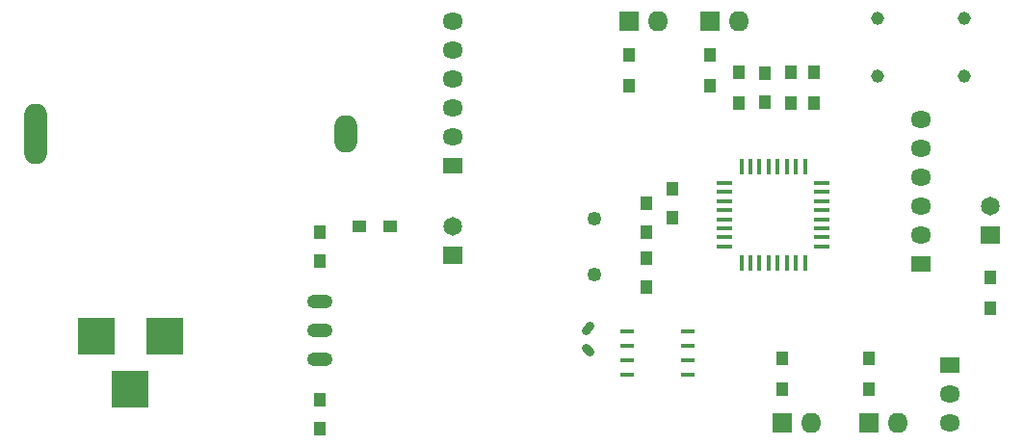
<source format=gbr>
G04 #@! TF.FileFunction,Soldermask,Top*
%FSLAX46Y46*%
G04 Gerber Fmt 4.6, Leading zero omitted, Abs format (unit mm)*
G04 Created by KiCad (PCBNEW 4.0.2-4+6225~38~ubuntu15.10.1-stable) date Sat 04 Jun 2016 12:10:52 PM PDT*
%MOMM*%
G01*
G04 APERTURE LIST*
%ADD10C,0.100000*%
%ADD11O,2.036000X5.336000*%
%ADD12O,2.036000X3.306000*%
%ADD13R,1.000000X1.250000*%
%ADD14R,3.250120X3.250120*%
%ADD15R,1.750000X1.650000*%
%ADD16C,1.650000*%
%ADD17R,1.350000X0.300000*%
%ADD18R,0.300000X1.350000*%
%ADD19R,1.782000X1.477200*%
%ADD20O,1.782000X1.477200*%
%ADD21C,1.251140*%
%ADD22R,1.250000X1.050000*%
%ADD23R,1.050000X1.250000*%
%ADD24R,1.782000X1.782000*%
%ADD25O,1.782000X1.782000*%
%ADD26O,2.249360X1.251140*%
%ADD27R,1.300000X0.350000*%
%ADD28C,0.750760*%
%ADD29C,1.147000*%
G04 APERTURE END LIST*
D10*
D11*
X80750000Y-90932000D03*
D12*
X107950000Y-90932000D03*
D13*
X105664000Y-116820000D03*
X105664000Y-114320000D03*
X105664000Y-99588000D03*
X105664000Y-102088000D03*
X144780000Y-88118000D03*
X144780000Y-85618000D03*
X134366000Y-97048000D03*
X134366000Y-99548000D03*
X134366000Y-104374000D03*
X134366000Y-101874000D03*
X136652000Y-98278000D03*
X136652000Y-95778000D03*
D14*
X92052140Y-108712000D03*
X86052660Y-108712000D03*
X89052400Y-113411000D03*
D15*
X164592000Y-99822000D03*
D16*
X164592000Y-97282000D03*
D15*
X117348000Y-101600000D03*
D16*
X117348000Y-99060000D03*
D17*
X141292000Y-95244000D03*
X141292000Y-96044000D03*
X141292000Y-96844000D03*
X141292000Y-97644000D03*
X141292000Y-98444000D03*
X141292000Y-99244000D03*
X141292000Y-100044000D03*
X141292000Y-100844000D03*
D18*
X142742000Y-102294000D03*
X143542000Y-102294000D03*
X144342000Y-102294000D03*
X145142000Y-102294000D03*
X145942000Y-102294000D03*
X146742000Y-102294000D03*
X147542000Y-102294000D03*
X148342000Y-102294000D03*
D17*
X149792000Y-100844000D03*
X149792000Y-100044000D03*
X149792000Y-99244000D03*
X149792000Y-98444000D03*
X149792000Y-97644000D03*
X149792000Y-96844000D03*
X149792000Y-96044000D03*
X149792000Y-95244000D03*
D18*
X148342000Y-93794000D03*
X147542000Y-93794000D03*
X146742000Y-93794000D03*
X145942000Y-93794000D03*
X145142000Y-93794000D03*
X144342000Y-93794000D03*
X143542000Y-93794000D03*
X142742000Y-93794000D03*
D19*
X161036000Y-111252000D03*
D20*
X161036000Y-113792000D03*
X161036000Y-116332000D03*
D21*
X129794000Y-98397060D03*
X129794000Y-103278940D03*
D22*
X109140000Y-99060000D03*
X111840000Y-99060000D03*
D23*
X164592000Y-106252000D03*
X164592000Y-103552000D03*
X142494000Y-88218000D03*
X142494000Y-85518000D03*
X149098000Y-85518000D03*
X149098000Y-88218000D03*
X147066000Y-85518000D03*
X147066000Y-88218000D03*
X139954000Y-86694000D03*
X139954000Y-83994000D03*
X132842000Y-86694000D03*
X132842000Y-83994000D03*
X146304000Y-110664000D03*
X146304000Y-113364000D03*
X153924000Y-110664000D03*
X153924000Y-113364000D03*
D24*
X139954000Y-81026000D03*
D25*
X142494000Y-81026000D03*
D24*
X132842000Y-81026000D03*
D25*
X135382000Y-81026000D03*
D24*
X146304000Y-116332000D03*
D25*
X148844000Y-116332000D03*
D24*
X153924000Y-116332000D03*
D25*
X156464000Y-116332000D03*
D26*
X105664000Y-108204000D03*
X105664000Y-110744000D03*
X105664000Y-105664000D03*
D27*
X132682000Y-108331000D03*
X132682000Y-109601000D03*
X132682000Y-110871000D03*
X132682000Y-112141000D03*
X138082000Y-112141000D03*
X138082000Y-110871000D03*
X138082000Y-109601000D03*
X138082000Y-108331000D03*
D19*
X117348000Y-93726000D03*
D20*
X117348000Y-91186000D03*
X117348000Y-88646000D03*
X117348000Y-86106000D03*
X117348000Y-83566000D03*
X117348000Y-81026000D03*
D19*
X158496000Y-102362000D03*
D20*
X158496000Y-99822000D03*
X158496000Y-97282000D03*
X158496000Y-94742000D03*
X158496000Y-92202000D03*
X158496000Y-89662000D03*
D28*
X129420845Y-110104145D02*
X129067023Y-109750323D01*
X129067023Y-108181677D02*
X129420845Y-107827855D01*
D29*
X154686000Y-85852000D03*
X154686000Y-80772000D03*
X162306000Y-85852000D03*
X162306000Y-80772000D03*
M02*

</source>
